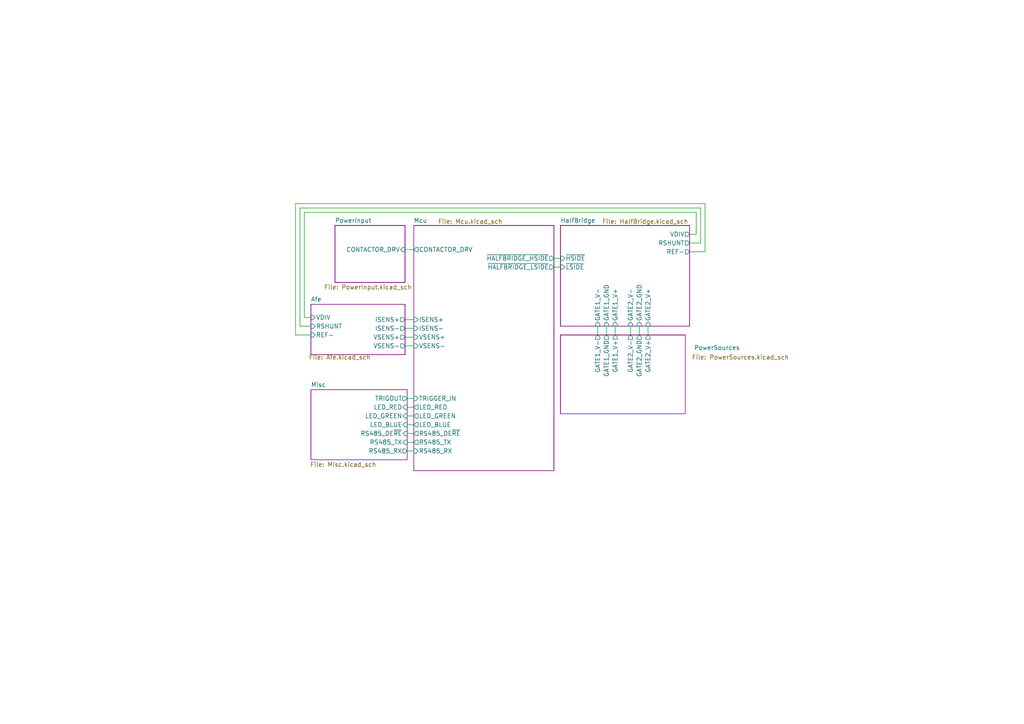
<source format=kicad_sch>
(kicad_sch (version 20201015) (generator eeschema)
  (page 1 7)
  (paper "A4")
  (lib_symbols)
  (wire (pts (xy 85.725 59.055) (xy 204.47 59.055)))
  (wire (pts (xy 85.725 97.155) (xy 85.725 59.055)))
  (wire (pts (xy 86.995 60.325) (xy 203.2 60.325)))
  (wire (pts (xy 86.995 94.615) (xy 86.995 60.325)))
  (wire (pts (xy 88.265 61.595) (xy 201.93 61.595)))
  (wire (pts (xy 88.265 92.075) (xy 88.265 61.595)))
  (wire (pts (xy 90.17 92.075) (xy 88.265 92.075)))
  (wire (pts (xy 90.17 94.615) (xy 86.995 94.615)))
  (wire (pts (xy 90.17 97.155) (xy 85.725 97.155)))
  (wire (pts (xy 117.475 72.39) (xy 120.015 72.39)))
  (wire (pts (xy 117.475 92.71) (xy 120.015 92.71)))
  (wire (pts (xy 117.475 95.25) (xy 120.015 95.25)))
  (wire (pts (xy 117.475 97.79) (xy 120.015 97.79)))
  (wire (pts (xy 117.475 100.33) (xy 120.015 100.33)))
  (wire (pts (xy 118.11 115.57) (xy 120.015 115.57)))
  (wire (pts (xy 118.11 118.11) (xy 120.015 118.11)))
  (wire (pts (xy 118.11 120.65) (xy 120.015 120.65)))
  (wire (pts (xy 118.11 123.19) (xy 120.015 123.19)))
  (wire (pts (xy 118.11 125.73) (xy 120.015 125.73)))
  (wire (pts (xy 118.11 128.27) (xy 120.015 128.27)))
  (wire (pts (xy 118.11 130.81) (xy 120.015 130.81)))
  (wire (pts (xy 160.655 74.93) (xy 162.56 74.93)))
  (wire (pts (xy 160.655 77.47) (xy 162.56 77.47)))
  (wire (pts (xy 173.355 94.615) (xy 173.355 97.155)))
  (wire (pts (xy 175.895 94.615) (xy 175.895 97.155)))
  (wire (pts (xy 178.435 94.615) (xy 178.435 97.155)))
  (wire (pts (xy 182.88 94.615) (xy 182.88 97.155)))
  (wire (pts (xy 185.42 94.615) (xy 185.42 97.155)))
  (wire (pts (xy 187.96 94.615) (xy 187.96 97.155)))
  (wire (pts (xy 201.93 61.595) (xy 201.93 67.945)))
  (wire (pts (xy 201.93 67.945) (xy 200.025 67.945)))
  (wire (pts (xy 203.2 60.325) (xy 203.2 70.485)))
  (wire (pts (xy 203.2 70.485) (xy 200.025 70.485)))
  (wire (pts (xy 204.47 59.055) (xy 204.47 73.025)))
  (wire (pts (xy 204.47 73.025) (xy 200.025 73.025)))
  (sheet (at 90.17 88.265) (size 27.305 14.605) (stroke (width 0.152) (color 132 0 132 1)) (fill (color 255 255 255 0.0000))
    (property "Sheet name" "Afe" (at 90.17 87.554 0) (effects (justify left bottom)))
    (property "Sheet file" "Afe.kicad_sch" (at 89.535 102.87 0) (effects (justify left top)))
    (pin "ISENS+" output (at 117.475 92.71 0))
    (pin "ISENS-" output (at 117.475 95.25 0))
    (pin "VSENS-" output (at 117.475 100.33 0))
    (pin "VSENS+" output (at 117.475 97.79 0))
    (pin "VDIV" input (at 90.17 92.075 180))
    (pin "RSHUNT" input (at 90.17 94.615 180))
    (pin "REF-" input (at 90.17 97.155 180))
  )
  (sheet (at 162.56 65.405) (size 37.465 29.21) (stroke (width 0.152) (color 132 0 132 1)) (fill (color 255 255 255 0.0000))
    (property "Sheet name" "HalfBridge" (at 162.56 64.694 0) (effects (justify left bottom)))
    (property "Sheet file" "HalfBridge.kicad_sch" (at 174.625 63.5 0) (effects (justify left top)))
    (pin "GATE2_V-" input (at 182.88 94.615 270))
    (pin "GATE2_V+" input (at 187.96 94.615 270))
    (pin "GATE1_V-" input (at 173.355 94.615 270))
    (pin "GATE1_V+" input (at 178.435 94.615 270))
    (pin "GATE1_GND" input (at 175.895 94.615 270))
    (pin "GATE2_GND" input (at 185.42 94.615 270))
    (pin "~HSIDE" input (at 162.56 74.93 180))
    (pin "~LSIDE" input (at 162.56 77.47 180))
    (pin "RSHUNT" output (at 200.025 70.485 0))
    (pin "VDIV" output (at 200.025 67.945 0))
    (pin "REF-" output (at 200.025 73.025 0))
  )
  (sheet (at 120.015 65.405) (size 40.64 71.12) (stroke (width 0.152) (color 132 0 132 1)) (fill (color 255 255 255 0.0000))
    (property "Sheet name" "Mcu" (at 120.015 64.6936 0) (effects (justify left bottom)))
    (property "Sheet file" "Mcu.kicad_sch" (at 127 63.5 0) (effects (justify left top)))
    (pin "LED_BLUE" output (at 120.015 123.19 180))
    (pin "LED_RED" output (at 120.015 118.11 180))
    (pin "TRIGGER_IN" input (at 120.015 115.57 180))
    (pin "RS485_RX" input (at 120.015 130.81 180))
    (pin "RS485_TX" output (at 120.015 128.27 180))
    (pin "RS485_DE~RE" output (at 120.015 125.73 180))
    (pin "LED_GREEN" output (at 120.015 120.65 180))
    (pin "ISENS-" input (at 120.015 95.25 180))
    (pin "ISENS+" input (at 120.015 92.71 180))
    (pin "VSENS+" input (at 120.015 97.79 180))
    (pin "VSENS-" input (at 120.015 100.33 180))
    (pin "CONTACTOR_DRV" output (at 120.015 72.39 180))
    (pin "~HALFBRIDGE_HSIDE" output (at 160.655 74.93 0))
    (pin "~HALFBRIDGE_LSIDE" output (at 160.655 77.47 0))
  )
  (sheet (at 90.17 113.03) (size 27.94 20.32) (stroke (width 0.152) (color 132 0 132 1)) (fill (color 255 255 255 0.0000))
    (property "Sheet name" "Misc" (at 90.17 112.3186 0) (effects (justify left bottom)))
    (property "Sheet file" "Misc.kicad_sch" (at 89.916 133.985 0) (effects (justify left top)))
    (pin "LED_BLUE" input (at 118.11 123.19 0))
    (pin "LED_RED" input (at 118.11 118.11 0))
    (pin "TRIGOUT" output (at 118.11 115.57 0))
    (pin "RS485_DE~RE" input (at 118.11 125.73 0))
    (pin "RS485_TX" input (at 118.11 128.27 0))
    (pin "RS485_RX" output (at 118.11 130.81 0))
    (pin "LED_GREEN" input (at 118.11 120.65 0))
  )
  (sheet (at 97.155 65.405) (size 20.32 16.51) (stroke (width 0.152) (color 132 0 132 1)) (fill (color 255 255 255 0.0000))
    (property "Sheet name" "PowerInput" (at 97.155 64.694 0) (effects (justify left bottom)))
    (property "Sheet file" "PowerInput.kicad_sch" (at 93.98 82.55 0) (effects (justify left top)))
    (pin "CONTACTOR_DRV" input (at 117.475 72.39 0))
  )
  (sheet (at 162.56 97.155) (size 36.195 22.86) (stroke (width 0.152) (color 132 0 132 1)) (fill (color 255 255 255 0.0000))
    (property "Sheet name" "PowerSources" (at 201.295 101.6 0) (effects (justify left bottom)))
    (property "Sheet file" "PowerSources.kicad_sch" (at 200.66 102.87 0) (effects (justify left top)))
    (pin "GATE1_V+" output (at 178.435 97.155 90))
    (pin "GATE2_GND" output (at 185.42 97.155 90))
    (pin "GATE1_GND" output (at 175.895 97.155 90))
    (pin "GATE1_V-" output (at 173.355 97.155 90))
    (pin "GATE2_V+" output (at 187.96 97.155 90))
    (pin "GATE2_V-" output (at 182.88 97.155 90))
  )
)
</source>
